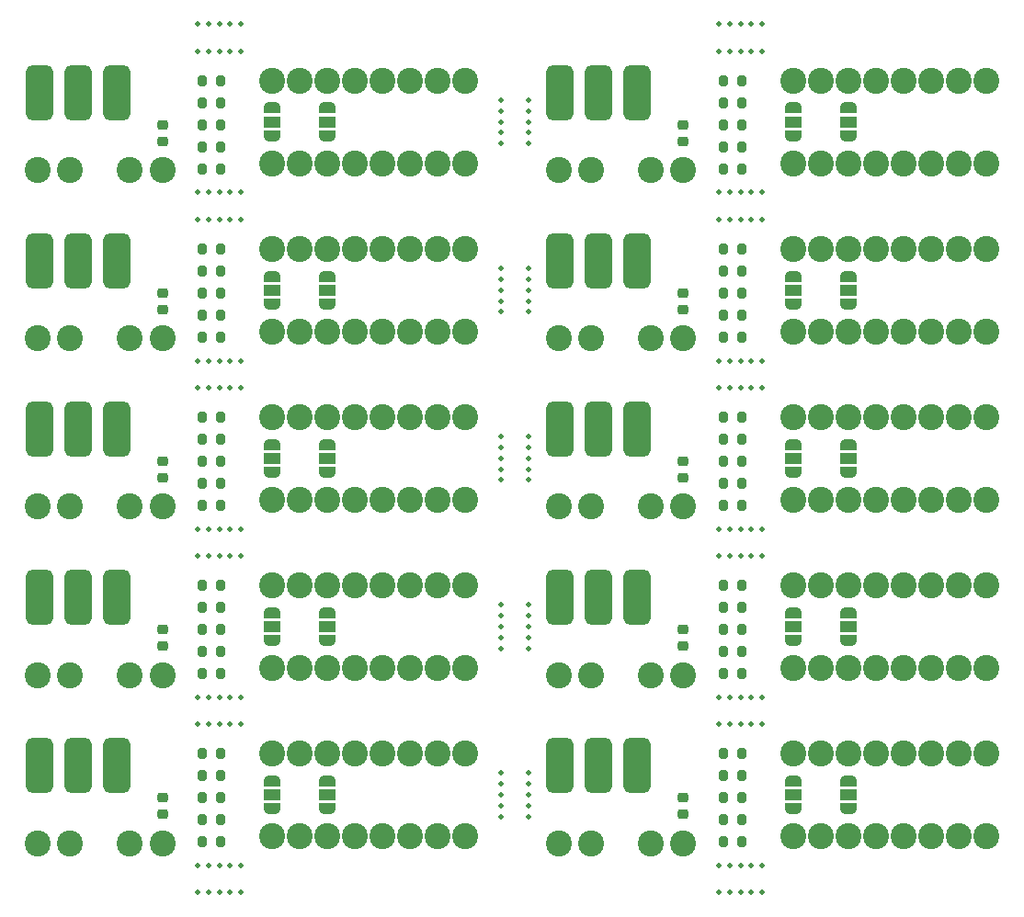
<source format=gts>
G04 #@! TF.GenerationSoftware,KiCad,Pcbnew,(6.0.1)*
G04 #@! TF.CreationDate,2022-01-26T16:15:35+01:00*
G04 #@! TF.ProjectId,atari-junior-av-mod,61746172-692d-46a7-956e-696f722d6176,rev?*
G04 #@! TF.SameCoordinates,PX5edde38PY83caa5c*
G04 #@! TF.FileFunction,Soldermask,Top*
G04 #@! TF.FilePolarity,Negative*
%FSLAX46Y46*%
G04 Gerber Fmt 4.6, Leading zero omitted, Abs format (unit mm)*
G04 Created by KiCad (PCBNEW (6.0.1)) date 2022-01-26 16:15:35*
%MOMM*%
%LPD*%
G01*
G04 APERTURE LIST*
G04 Aperture macros list*
%AMRoundRect*
0 Rectangle with rounded corners*
0 $1 Rounding radius*
0 $2 $3 $4 $5 $6 $7 $8 $9 X,Y pos of 4 corners*
0 Add a 4 corners polygon primitive as box body*
4,1,4,$2,$3,$4,$5,$6,$7,$8,$9,$2,$3,0*
0 Add four circle primitives for the rounded corners*
1,1,$1+$1,$2,$3*
1,1,$1+$1,$4,$5*
1,1,$1+$1,$6,$7*
1,1,$1+$1,$8,$9*
0 Add four rect primitives between the rounded corners*
20,1,$1+$1,$2,$3,$4,$5,0*
20,1,$1+$1,$4,$5,$6,$7,0*
20,1,$1+$1,$6,$7,$8,$9,0*
20,1,$1+$1,$8,$9,$2,$3,0*%
%AMFreePoly0*
4,1,20,0.000000,0.744959,0.073905,0.744508,0.209726,0.703889,0.328688,0.626782,0.421226,0.519385,0.479903,0.390333,0.500000,0.250000,0.500000,-0.250000,0.499851,-0.262216,0.476331,-0.402017,0.414519,-0.529596,0.319384,-0.634700,0.198574,-0.708877,0.061801,-0.746166,0.000000,-0.745033,0.000000,-0.750000,-0.550000,-0.750000,-0.550000,0.750000,0.000000,0.750000,0.000000,0.744959,
0.000000,0.744959,$1*%
%AMFreePoly1*
4,1,22,0.550000,-0.750000,0.000000,-0.750000,0.000000,-0.745033,-0.079941,-0.743568,-0.215256,-0.701293,-0.333266,-0.622738,-0.424486,-0.514219,-0.481581,-0.384460,-0.499164,-0.250000,-0.500000,-0.250000,-0.500000,0.250000,-0.499164,0.250000,-0.499963,0.256109,-0.478152,0.396186,-0.417904,0.524511,-0.324060,0.630769,-0.204165,0.706417,-0.067858,0.745374,0.000000,0.744959,0.000000,0.750000,
0.550000,0.750000,0.550000,-0.750000,0.550000,-0.750000,$1*%
G04 Aperture macros list end*
%ADD10C,0.500000*%
%ADD11RoundRect,0.200000X0.200000X0.275000X-0.200000X0.275000X-0.200000X-0.275000X0.200000X-0.275000X0*%
%ADD12C,2.400000*%
%ADD13RoundRect,0.635000X-0.635000X-1.905000X0.635000X-1.905000X0.635000X1.905000X-0.635000X1.905000X0*%
%ADD14FreePoly0,90.000000*%
%ADD15R,1.500000X1.000000*%
%ADD16FreePoly1,90.000000*%
%ADD17RoundRect,0.225000X-0.250000X0.225000X-0.250000X-0.225000X0.250000X-0.225000X0.250000X0.225000X0*%
G04 APERTURE END LIST*
D10*
G04 #@! TO.C,mouse-bite-1mm-slot*
X67800000Y7250000D03*
X67800000Y4750000D03*
X68800000Y7250000D03*
X66800000Y7250000D03*
X66800000Y4750000D03*
X68800000Y4750000D03*
X69800000Y4750000D03*
X65800000Y4750000D03*
X65800000Y7250000D03*
X69800000Y7250000D03*
G04 #@! TD*
D11*
G04 #@! TO.C,R1*
X66262000Y17550000D03*
X67912000Y17550000D03*
G04 #@! TD*
D12*
G04 #@! TO.C,H1*
X72675000Y17550000D03*
G04 #@! TD*
G04 #@! TO.C,Pad4*
X51045000Y9295000D03*
G04 #@! TD*
G04 #@! TO.C,H13*
X59545000Y9295000D03*
G04 #@! TD*
D13*
G04 #@! TO.C,Pad2*
X54756000Y16450000D03*
G04 #@! TD*
D14*
G04 #@! TO.C,JP2*
X72675000Y15040000D03*
D15*
X72675000Y13740000D03*
D16*
X72675000Y12440000D03*
G04 #@! TD*
D17*
G04 #@! TO.C,C1*
X62545000Y11949000D03*
X62545000Y13499000D03*
G04 #@! TD*
D12*
G04 #@! TO.C,H2*
X77755000Y17550000D03*
G04 #@! TD*
G04 #@! TO.C,Pad8*
X75215000Y17550000D03*
G04 #@! TD*
G04 #@! TO.C,H7*
X90455000Y9930000D03*
G04 #@! TD*
G04 #@! TO.C,Pad9*
X75215000Y9930000D03*
G04 #@! TD*
D11*
G04 #@! TO.C,R5*
X66262000Y9422000D03*
X67912000Y9422000D03*
G04 #@! TD*
D12*
G04 #@! TO.C,H12*
X54045000Y9295000D03*
G04 #@! TD*
G04 #@! TO.C,Pad6*
X82835000Y9930000D03*
G04 #@! TD*
G04 #@! TO.C,Pad5*
X87915000Y9930000D03*
G04 #@! TD*
G04 #@! TO.C,Pad10*
X62545000Y9295000D03*
G04 #@! TD*
G04 #@! TO.C,H11*
X72675000Y9930000D03*
G04 #@! TD*
G04 #@! TO.C,Pad11*
X90455000Y17550000D03*
G04 #@! TD*
D11*
G04 #@! TO.C,R3*
X66262000Y11454000D03*
X67912000Y11454000D03*
G04 #@! TD*
D12*
G04 #@! TO.C,H9*
X80295000Y9930000D03*
G04 #@! TD*
G04 #@! TO.C,H10*
X77755000Y9930000D03*
G04 #@! TD*
D13*
G04 #@! TO.C,Pad3*
X58312000Y16450000D03*
G04 #@! TD*
D11*
G04 #@! TO.C,R2*
X67912000Y13486000D03*
X66262000Y13486000D03*
G04 #@! TD*
D12*
G04 #@! TO.C,H3*
X80295000Y17550000D03*
G04 #@! TD*
G04 #@! TO.C,H6*
X87915000Y17550000D03*
G04 #@! TD*
G04 #@! TO.C,H8*
X85375000Y9930000D03*
G04 #@! TD*
D11*
G04 #@! TO.C,R4*
X66262000Y15518000D03*
X67912000Y15518000D03*
G04 #@! TD*
D13*
G04 #@! TO.C,Pad1*
X51200000Y16450000D03*
G04 #@! TD*
D12*
G04 #@! TO.C,H4*
X82835000Y17550000D03*
G04 #@! TD*
G04 #@! TO.C,Pad7*
X85375000Y17550000D03*
G04 #@! TD*
D14*
G04 #@! TO.C,JP1*
X77755000Y15040000D03*
D15*
X77755000Y13740000D03*
D16*
X77755000Y12440000D03*
G04 #@! TD*
D10*
G04 #@! TO.C,mouse-bite-1mm-slot*
X19800000Y7250000D03*
X19800000Y4750000D03*
X20800000Y7250000D03*
X18800000Y7250000D03*
X18800000Y4750000D03*
X20800000Y4750000D03*
X21800000Y4750000D03*
X17800000Y4750000D03*
X17800000Y7250000D03*
X21800000Y7250000D03*
G04 #@! TD*
G04 #@! TO.C,mouse-bite-1mm-slot*
X45750000Y13750000D03*
X48250000Y13750000D03*
X45750000Y14750000D03*
X45750000Y12750000D03*
X48250000Y12750000D03*
X48250000Y14750000D03*
X48250000Y15750000D03*
X48250000Y11750000D03*
X45750000Y11750000D03*
X45750000Y15750000D03*
G04 #@! TD*
D11*
G04 #@! TO.C,R1*
X18262000Y17550000D03*
X19912000Y17550000D03*
G04 #@! TD*
D12*
G04 #@! TO.C,H1*
X24675000Y17550000D03*
G04 #@! TD*
G04 #@! TO.C,Pad4*
X3045000Y9295000D03*
G04 #@! TD*
G04 #@! TO.C,H13*
X11545000Y9295000D03*
G04 #@! TD*
D13*
G04 #@! TO.C,Pad2*
X6756000Y16450000D03*
G04 #@! TD*
D14*
G04 #@! TO.C,JP2*
X24675000Y15040000D03*
D15*
X24675000Y13740000D03*
D16*
X24675000Y12440000D03*
G04 #@! TD*
D17*
G04 #@! TO.C,C1*
X14545000Y11949000D03*
X14545000Y13499000D03*
G04 #@! TD*
D12*
G04 #@! TO.C,H2*
X29755000Y17550000D03*
G04 #@! TD*
G04 #@! TO.C,Pad8*
X27215000Y17550000D03*
G04 #@! TD*
G04 #@! TO.C,H7*
X42455000Y9930000D03*
G04 #@! TD*
G04 #@! TO.C,Pad9*
X27215000Y9930000D03*
G04 #@! TD*
D11*
G04 #@! TO.C,R5*
X18262000Y9422000D03*
X19912000Y9422000D03*
G04 #@! TD*
D12*
G04 #@! TO.C,H12*
X6045000Y9295000D03*
G04 #@! TD*
G04 #@! TO.C,Pad6*
X34835000Y9930000D03*
G04 #@! TD*
G04 #@! TO.C,Pad5*
X39915000Y9930000D03*
G04 #@! TD*
G04 #@! TO.C,Pad10*
X14545000Y9295000D03*
G04 #@! TD*
G04 #@! TO.C,H11*
X24675000Y9930000D03*
G04 #@! TD*
G04 #@! TO.C,Pad11*
X42455000Y17550000D03*
G04 #@! TD*
D11*
G04 #@! TO.C,R3*
X18262000Y11454000D03*
X19912000Y11454000D03*
G04 #@! TD*
D12*
G04 #@! TO.C,H9*
X32295000Y9930000D03*
G04 #@! TD*
G04 #@! TO.C,H10*
X29755000Y9930000D03*
G04 #@! TD*
D13*
G04 #@! TO.C,Pad3*
X10312000Y16450000D03*
G04 #@! TD*
D11*
G04 #@! TO.C,R2*
X19912000Y13486000D03*
X18262000Y13486000D03*
G04 #@! TD*
D12*
G04 #@! TO.C,H3*
X32295000Y17550000D03*
G04 #@! TD*
G04 #@! TO.C,H6*
X39915000Y17550000D03*
G04 #@! TD*
G04 #@! TO.C,H8*
X37375000Y9930000D03*
G04 #@! TD*
D11*
G04 #@! TO.C,R4*
X18262000Y15518000D03*
X19912000Y15518000D03*
G04 #@! TD*
D13*
G04 #@! TO.C,Pad1*
X3200000Y16450000D03*
G04 #@! TD*
D12*
G04 #@! TO.C,H4*
X34835000Y17550000D03*
G04 #@! TD*
G04 #@! TO.C,Pad7*
X37375000Y17550000D03*
G04 #@! TD*
D14*
G04 #@! TO.C,JP1*
X29755000Y15040000D03*
D15*
X29755000Y13740000D03*
D16*
X29755000Y12440000D03*
G04 #@! TD*
D10*
G04 #@! TO.C,mouse-bite-1mm-slot*
X67800000Y22750000D03*
X67800000Y20250000D03*
X68800000Y22750000D03*
X66800000Y22750000D03*
X66800000Y20250000D03*
X68800000Y20250000D03*
X69800000Y20250000D03*
X65800000Y20250000D03*
X65800000Y22750000D03*
X69800000Y22750000D03*
G04 #@! TD*
D11*
G04 #@! TO.C,R1*
X66262000Y33050000D03*
X67912000Y33050000D03*
G04 #@! TD*
D12*
G04 #@! TO.C,H1*
X72675000Y33050000D03*
G04 #@! TD*
G04 #@! TO.C,Pad4*
X51045000Y24795000D03*
G04 #@! TD*
G04 #@! TO.C,H13*
X59545000Y24795000D03*
G04 #@! TD*
D13*
G04 #@! TO.C,Pad2*
X54756000Y31950000D03*
G04 #@! TD*
D14*
G04 #@! TO.C,JP2*
X72675000Y30540000D03*
D15*
X72675000Y29240000D03*
D16*
X72675000Y27940000D03*
G04 #@! TD*
D17*
G04 #@! TO.C,C1*
X62545000Y27449000D03*
X62545000Y28999000D03*
G04 #@! TD*
D12*
G04 #@! TO.C,H2*
X77755000Y33050000D03*
G04 #@! TD*
G04 #@! TO.C,Pad8*
X75215000Y33050000D03*
G04 #@! TD*
G04 #@! TO.C,H7*
X90455000Y25430000D03*
G04 #@! TD*
G04 #@! TO.C,Pad9*
X75215000Y25430000D03*
G04 #@! TD*
D11*
G04 #@! TO.C,R5*
X66262000Y24922000D03*
X67912000Y24922000D03*
G04 #@! TD*
D12*
G04 #@! TO.C,H12*
X54045000Y24795000D03*
G04 #@! TD*
G04 #@! TO.C,Pad6*
X82835000Y25430000D03*
G04 #@! TD*
G04 #@! TO.C,Pad5*
X87915000Y25430000D03*
G04 #@! TD*
G04 #@! TO.C,Pad10*
X62545000Y24795000D03*
G04 #@! TD*
G04 #@! TO.C,H11*
X72675000Y25430000D03*
G04 #@! TD*
G04 #@! TO.C,Pad11*
X90455000Y33050000D03*
G04 #@! TD*
D11*
G04 #@! TO.C,R3*
X66262000Y26954000D03*
X67912000Y26954000D03*
G04 #@! TD*
D12*
G04 #@! TO.C,H9*
X80295000Y25430000D03*
G04 #@! TD*
G04 #@! TO.C,H10*
X77755000Y25430000D03*
G04 #@! TD*
D13*
G04 #@! TO.C,Pad3*
X58312000Y31950000D03*
G04 #@! TD*
D11*
G04 #@! TO.C,R2*
X67912000Y28986000D03*
X66262000Y28986000D03*
G04 #@! TD*
D12*
G04 #@! TO.C,H3*
X80295000Y33050000D03*
G04 #@! TD*
G04 #@! TO.C,H6*
X87915000Y33050000D03*
G04 #@! TD*
G04 #@! TO.C,H8*
X85375000Y25430000D03*
G04 #@! TD*
D11*
G04 #@! TO.C,R4*
X66262000Y31018000D03*
X67912000Y31018000D03*
G04 #@! TD*
D13*
G04 #@! TO.C,Pad1*
X51200000Y31950000D03*
G04 #@! TD*
D12*
G04 #@! TO.C,H4*
X82835000Y33050000D03*
G04 #@! TD*
G04 #@! TO.C,Pad7*
X85375000Y33050000D03*
G04 #@! TD*
D14*
G04 #@! TO.C,JP1*
X77755000Y30540000D03*
D15*
X77755000Y29240000D03*
D16*
X77755000Y27940000D03*
G04 #@! TD*
D10*
G04 #@! TO.C,mouse-bite-1mm-slot*
X19800000Y22750000D03*
X19800000Y20250000D03*
X20800000Y22750000D03*
X18800000Y22750000D03*
X18800000Y20250000D03*
X20800000Y20250000D03*
X21800000Y20250000D03*
X17800000Y20250000D03*
X17800000Y22750000D03*
X21800000Y22750000D03*
G04 #@! TD*
G04 #@! TO.C,mouse-bite-1mm-slot*
X45750000Y29250000D03*
X48250000Y29250000D03*
X45750000Y30250000D03*
X45750000Y28250000D03*
X48250000Y28250000D03*
X48250000Y30250000D03*
X48250000Y31250000D03*
X48250000Y27250000D03*
X45750000Y27250000D03*
X45750000Y31250000D03*
G04 #@! TD*
D11*
G04 #@! TO.C,R1*
X18262000Y33050000D03*
X19912000Y33050000D03*
G04 #@! TD*
D12*
G04 #@! TO.C,H1*
X24675000Y33050000D03*
G04 #@! TD*
G04 #@! TO.C,Pad4*
X3045000Y24795000D03*
G04 #@! TD*
G04 #@! TO.C,H13*
X11545000Y24795000D03*
G04 #@! TD*
D13*
G04 #@! TO.C,Pad2*
X6756000Y31950000D03*
G04 #@! TD*
D14*
G04 #@! TO.C,JP2*
X24675000Y30540000D03*
D15*
X24675000Y29240000D03*
D16*
X24675000Y27940000D03*
G04 #@! TD*
D17*
G04 #@! TO.C,C1*
X14545000Y27449000D03*
X14545000Y28999000D03*
G04 #@! TD*
D12*
G04 #@! TO.C,H2*
X29755000Y33050000D03*
G04 #@! TD*
G04 #@! TO.C,Pad8*
X27215000Y33050000D03*
G04 #@! TD*
G04 #@! TO.C,H7*
X42455000Y25430000D03*
G04 #@! TD*
G04 #@! TO.C,Pad9*
X27215000Y25430000D03*
G04 #@! TD*
D11*
G04 #@! TO.C,R5*
X18262000Y24922000D03*
X19912000Y24922000D03*
G04 #@! TD*
D12*
G04 #@! TO.C,H12*
X6045000Y24795000D03*
G04 #@! TD*
G04 #@! TO.C,Pad6*
X34835000Y25430000D03*
G04 #@! TD*
G04 #@! TO.C,Pad5*
X39915000Y25430000D03*
G04 #@! TD*
G04 #@! TO.C,Pad10*
X14545000Y24795000D03*
G04 #@! TD*
G04 #@! TO.C,H11*
X24675000Y25430000D03*
G04 #@! TD*
G04 #@! TO.C,Pad11*
X42455000Y33050000D03*
G04 #@! TD*
D11*
G04 #@! TO.C,R3*
X18262000Y26954000D03*
X19912000Y26954000D03*
G04 #@! TD*
D12*
G04 #@! TO.C,H9*
X32295000Y25430000D03*
G04 #@! TD*
G04 #@! TO.C,H10*
X29755000Y25430000D03*
G04 #@! TD*
D13*
G04 #@! TO.C,Pad3*
X10312000Y31950000D03*
G04 #@! TD*
D11*
G04 #@! TO.C,R2*
X19912000Y28986000D03*
X18262000Y28986000D03*
G04 #@! TD*
D12*
G04 #@! TO.C,H3*
X32295000Y33050000D03*
G04 #@! TD*
G04 #@! TO.C,H6*
X39915000Y33050000D03*
G04 #@! TD*
G04 #@! TO.C,H8*
X37375000Y25430000D03*
G04 #@! TD*
D11*
G04 #@! TO.C,R4*
X18262000Y31018000D03*
X19912000Y31018000D03*
G04 #@! TD*
D13*
G04 #@! TO.C,Pad1*
X3200000Y31950000D03*
G04 #@! TD*
D12*
G04 #@! TO.C,H4*
X34835000Y33050000D03*
G04 #@! TD*
G04 #@! TO.C,Pad7*
X37375000Y33050000D03*
G04 #@! TD*
D14*
G04 #@! TO.C,JP1*
X29755000Y30540000D03*
D15*
X29755000Y29240000D03*
D16*
X29755000Y27940000D03*
G04 #@! TD*
D10*
G04 #@! TO.C,mouse-bite-1mm-slot*
X67800000Y38250000D03*
X67800000Y35750000D03*
X68800000Y38250000D03*
X66800000Y38250000D03*
X66800000Y35750000D03*
X68800000Y35750000D03*
X69800000Y35750000D03*
X65800000Y35750000D03*
X65800000Y38250000D03*
X69800000Y38250000D03*
G04 #@! TD*
D11*
G04 #@! TO.C,R1*
X66262000Y48550000D03*
X67912000Y48550000D03*
G04 #@! TD*
D12*
G04 #@! TO.C,H1*
X72675000Y48550000D03*
G04 #@! TD*
G04 #@! TO.C,Pad4*
X51045000Y40295000D03*
G04 #@! TD*
G04 #@! TO.C,H13*
X59545000Y40295000D03*
G04 #@! TD*
D13*
G04 #@! TO.C,Pad2*
X54756000Y47450000D03*
G04 #@! TD*
D14*
G04 #@! TO.C,JP2*
X72675000Y46040000D03*
D15*
X72675000Y44740000D03*
D16*
X72675000Y43440000D03*
G04 #@! TD*
D17*
G04 #@! TO.C,C1*
X62545000Y42949000D03*
X62545000Y44499000D03*
G04 #@! TD*
D12*
G04 #@! TO.C,H2*
X77755000Y48550000D03*
G04 #@! TD*
G04 #@! TO.C,Pad8*
X75215000Y48550000D03*
G04 #@! TD*
G04 #@! TO.C,H7*
X90455000Y40930000D03*
G04 #@! TD*
G04 #@! TO.C,Pad9*
X75215000Y40930000D03*
G04 #@! TD*
D11*
G04 #@! TO.C,R5*
X66262000Y40422000D03*
X67912000Y40422000D03*
G04 #@! TD*
D12*
G04 #@! TO.C,H12*
X54045000Y40295000D03*
G04 #@! TD*
G04 #@! TO.C,Pad6*
X82835000Y40930000D03*
G04 #@! TD*
G04 #@! TO.C,Pad5*
X87915000Y40930000D03*
G04 #@! TD*
G04 #@! TO.C,Pad10*
X62545000Y40295000D03*
G04 #@! TD*
G04 #@! TO.C,H11*
X72675000Y40930000D03*
G04 #@! TD*
G04 #@! TO.C,Pad11*
X90455000Y48550000D03*
G04 #@! TD*
D11*
G04 #@! TO.C,R3*
X66262000Y42454000D03*
X67912000Y42454000D03*
G04 #@! TD*
D12*
G04 #@! TO.C,H9*
X80295000Y40930000D03*
G04 #@! TD*
G04 #@! TO.C,H10*
X77755000Y40930000D03*
G04 #@! TD*
D13*
G04 #@! TO.C,Pad3*
X58312000Y47450000D03*
G04 #@! TD*
D11*
G04 #@! TO.C,R2*
X67912000Y44486000D03*
X66262000Y44486000D03*
G04 #@! TD*
D12*
G04 #@! TO.C,H3*
X80295000Y48550000D03*
G04 #@! TD*
G04 #@! TO.C,H6*
X87915000Y48550000D03*
G04 #@! TD*
G04 #@! TO.C,H8*
X85375000Y40930000D03*
G04 #@! TD*
D11*
G04 #@! TO.C,R4*
X66262000Y46518000D03*
X67912000Y46518000D03*
G04 #@! TD*
D13*
G04 #@! TO.C,Pad1*
X51200000Y47450000D03*
G04 #@! TD*
D12*
G04 #@! TO.C,H4*
X82835000Y48550000D03*
G04 #@! TD*
G04 #@! TO.C,Pad7*
X85375000Y48550000D03*
G04 #@! TD*
D14*
G04 #@! TO.C,JP1*
X77755000Y46040000D03*
D15*
X77755000Y44740000D03*
D16*
X77755000Y43440000D03*
G04 #@! TD*
D10*
G04 #@! TO.C,mouse-bite-1mm-slot*
X19800000Y38250000D03*
X19800000Y35750000D03*
X20800000Y38250000D03*
X18800000Y38250000D03*
X18800000Y35750000D03*
X20800000Y35750000D03*
X21800000Y35750000D03*
X17800000Y35750000D03*
X17800000Y38250000D03*
X21800000Y38250000D03*
G04 #@! TD*
G04 #@! TO.C,mouse-bite-1mm-slot*
X45750000Y44750000D03*
X48250000Y44750000D03*
X45750000Y45750000D03*
X45750000Y43750000D03*
X48250000Y43750000D03*
X48250000Y45750000D03*
X48250000Y46750000D03*
X48250000Y42750000D03*
X45750000Y42750000D03*
X45750000Y46750000D03*
G04 #@! TD*
D11*
G04 #@! TO.C,R1*
X18262000Y48550000D03*
X19912000Y48550000D03*
G04 #@! TD*
D12*
G04 #@! TO.C,H1*
X24675000Y48550000D03*
G04 #@! TD*
G04 #@! TO.C,Pad4*
X3045000Y40295000D03*
G04 #@! TD*
G04 #@! TO.C,H13*
X11545000Y40295000D03*
G04 #@! TD*
D13*
G04 #@! TO.C,Pad2*
X6756000Y47450000D03*
G04 #@! TD*
D14*
G04 #@! TO.C,JP2*
X24675000Y46040000D03*
D15*
X24675000Y44740000D03*
D16*
X24675000Y43440000D03*
G04 #@! TD*
D17*
G04 #@! TO.C,C1*
X14545000Y42949000D03*
X14545000Y44499000D03*
G04 #@! TD*
D12*
G04 #@! TO.C,H2*
X29755000Y48550000D03*
G04 #@! TD*
G04 #@! TO.C,Pad8*
X27215000Y48550000D03*
G04 #@! TD*
G04 #@! TO.C,H7*
X42455000Y40930000D03*
G04 #@! TD*
G04 #@! TO.C,Pad9*
X27215000Y40930000D03*
G04 #@! TD*
D11*
G04 #@! TO.C,R5*
X18262000Y40422000D03*
X19912000Y40422000D03*
G04 #@! TD*
D12*
G04 #@! TO.C,H12*
X6045000Y40295000D03*
G04 #@! TD*
G04 #@! TO.C,Pad6*
X34835000Y40930000D03*
G04 #@! TD*
G04 #@! TO.C,Pad5*
X39915000Y40930000D03*
G04 #@! TD*
G04 #@! TO.C,Pad10*
X14545000Y40295000D03*
G04 #@! TD*
G04 #@! TO.C,H11*
X24675000Y40930000D03*
G04 #@! TD*
G04 #@! TO.C,Pad11*
X42455000Y48550000D03*
G04 #@! TD*
D11*
G04 #@! TO.C,R3*
X18262000Y42454000D03*
X19912000Y42454000D03*
G04 #@! TD*
D12*
G04 #@! TO.C,H9*
X32295000Y40930000D03*
G04 #@! TD*
G04 #@! TO.C,H10*
X29755000Y40930000D03*
G04 #@! TD*
D13*
G04 #@! TO.C,Pad3*
X10312000Y47450000D03*
G04 #@! TD*
D11*
G04 #@! TO.C,R2*
X19912000Y44486000D03*
X18262000Y44486000D03*
G04 #@! TD*
D12*
G04 #@! TO.C,H3*
X32295000Y48550000D03*
G04 #@! TD*
G04 #@! TO.C,H6*
X39915000Y48550000D03*
G04 #@! TD*
G04 #@! TO.C,H8*
X37375000Y40930000D03*
G04 #@! TD*
D11*
G04 #@! TO.C,R4*
X18262000Y46518000D03*
X19912000Y46518000D03*
G04 #@! TD*
D13*
G04 #@! TO.C,Pad1*
X3200000Y47450000D03*
G04 #@! TD*
D12*
G04 #@! TO.C,H4*
X34835000Y48550000D03*
G04 #@! TD*
G04 #@! TO.C,Pad7*
X37375000Y48550000D03*
G04 #@! TD*
D14*
G04 #@! TO.C,JP1*
X29755000Y46040000D03*
D15*
X29755000Y44740000D03*
D16*
X29755000Y43440000D03*
G04 #@! TD*
D10*
G04 #@! TO.C,mouse-bite-1mm-slot*
X67800000Y53750000D03*
X67800000Y51250000D03*
X68800000Y53750000D03*
X66800000Y53750000D03*
X66800000Y51250000D03*
X68800000Y51250000D03*
X69800000Y51250000D03*
X65800000Y51250000D03*
X65800000Y53750000D03*
X69800000Y53750000D03*
G04 #@! TD*
D11*
G04 #@! TO.C,R1*
X66262000Y64050000D03*
X67912000Y64050000D03*
G04 #@! TD*
D12*
G04 #@! TO.C,H1*
X72675000Y64050000D03*
G04 #@! TD*
G04 #@! TO.C,Pad4*
X51045000Y55795000D03*
G04 #@! TD*
G04 #@! TO.C,H13*
X59545000Y55795000D03*
G04 #@! TD*
D13*
G04 #@! TO.C,Pad2*
X54756000Y62950000D03*
G04 #@! TD*
D14*
G04 #@! TO.C,JP2*
X72675000Y61540000D03*
D15*
X72675000Y60240000D03*
D16*
X72675000Y58940000D03*
G04 #@! TD*
D17*
G04 #@! TO.C,C1*
X62545000Y58449000D03*
X62545000Y59999000D03*
G04 #@! TD*
D12*
G04 #@! TO.C,H2*
X77755000Y64050000D03*
G04 #@! TD*
G04 #@! TO.C,Pad8*
X75215000Y64050000D03*
G04 #@! TD*
G04 #@! TO.C,H7*
X90455000Y56430000D03*
G04 #@! TD*
G04 #@! TO.C,Pad9*
X75215000Y56430000D03*
G04 #@! TD*
D11*
G04 #@! TO.C,R5*
X66262000Y55922000D03*
X67912000Y55922000D03*
G04 #@! TD*
D12*
G04 #@! TO.C,H12*
X54045000Y55795000D03*
G04 #@! TD*
G04 #@! TO.C,Pad6*
X82835000Y56430000D03*
G04 #@! TD*
G04 #@! TO.C,Pad5*
X87915000Y56430000D03*
G04 #@! TD*
G04 #@! TO.C,Pad10*
X62545000Y55795000D03*
G04 #@! TD*
G04 #@! TO.C,H11*
X72675000Y56430000D03*
G04 #@! TD*
G04 #@! TO.C,Pad11*
X90455000Y64050000D03*
G04 #@! TD*
D11*
G04 #@! TO.C,R3*
X66262000Y57954000D03*
X67912000Y57954000D03*
G04 #@! TD*
D12*
G04 #@! TO.C,H9*
X80295000Y56430000D03*
G04 #@! TD*
G04 #@! TO.C,H10*
X77755000Y56430000D03*
G04 #@! TD*
D13*
G04 #@! TO.C,Pad3*
X58312000Y62950000D03*
G04 #@! TD*
D11*
G04 #@! TO.C,R2*
X67912000Y59986000D03*
X66262000Y59986000D03*
G04 #@! TD*
D12*
G04 #@! TO.C,H3*
X80295000Y64050000D03*
G04 #@! TD*
G04 #@! TO.C,H6*
X87915000Y64050000D03*
G04 #@! TD*
G04 #@! TO.C,H8*
X85375000Y56430000D03*
G04 #@! TD*
D11*
G04 #@! TO.C,R4*
X66262000Y62018000D03*
X67912000Y62018000D03*
G04 #@! TD*
D13*
G04 #@! TO.C,Pad1*
X51200000Y62950000D03*
G04 #@! TD*
D12*
G04 #@! TO.C,H4*
X82835000Y64050000D03*
G04 #@! TD*
G04 #@! TO.C,Pad7*
X85375000Y64050000D03*
G04 #@! TD*
D14*
G04 #@! TO.C,JP1*
X77755000Y61540000D03*
D15*
X77755000Y60240000D03*
D16*
X77755000Y58940000D03*
G04 #@! TD*
D10*
G04 #@! TO.C,mouse-bite-1mm-slot*
X19800000Y53750000D03*
X19800000Y51250000D03*
X20800000Y53750000D03*
X18800000Y53750000D03*
X18800000Y51250000D03*
X20800000Y51250000D03*
X21800000Y51250000D03*
X17800000Y51250000D03*
X17800000Y53750000D03*
X21800000Y53750000D03*
G04 #@! TD*
G04 #@! TO.C,mouse-bite-1mm-slot*
X45750000Y60250000D03*
X48250000Y60250000D03*
X45750000Y61250000D03*
X45750000Y59250000D03*
X48250000Y59250000D03*
X48250000Y61250000D03*
X48250000Y62250000D03*
X48250000Y58250000D03*
X45750000Y58250000D03*
X45750000Y62250000D03*
G04 #@! TD*
D11*
G04 #@! TO.C,R1*
X18262000Y64050000D03*
X19912000Y64050000D03*
G04 #@! TD*
D12*
G04 #@! TO.C,H1*
X24675000Y64050000D03*
G04 #@! TD*
G04 #@! TO.C,Pad4*
X3045000Y55795000D03*
G04 #@! TD*
G04 #@! TO.C,H13*
X11545000Y55795000D03*
G04 #@! TD*
D13*
G04 #@! TO.C,Pad2*
X6756000Y62950000D03*
G04 #@! TD*
D14*
G04 #@! TO.C,JP2*
X24675000Y61540000D03*
D15*
X24675000Y60240000D03*
D16*
X24675000Y58940000D03*
G04 #@! TD*
D17*
G04 #@! TO.C,C1*
X14545000Y58449000D03*
X14545000Y59999000D03*
G04 #@! TD*
D12*
G04 #@! TO.C,H2*
X29755000Y64050000D03*
G04 #@! TD*
G04 #@! TO.C,Pad8*
X27215000Y64050000D03*
G04 #@! TD*
G04 #@! TO.C,H7*
X42455000Y56430000D03*
G04 #@! TD*
G04 #@! TO.C,Pad9*
X27215000Y56430000D03*
G04 #@! TD*
D11*
G04 #@! TO.C,R5*
X18262000Y55922000D03*
X19912000Y55922000D03*
G04 #@! TD*
D12*
G04 #@! TO.C,H12*
X6045000Y55795000D03*
G04 #@! TD*
G04 #@! TO.C,Pad6*
X34835000Y56430000D03*
G04 #@! TD*
G04 #@! TO.C,Pad5*
X39915000Y56430000D03*
G04 #@! TD*
G04 #@! TO.C,Pad10*
X14545000Y55795000D03*
G04 #@! TD*
G04 #@! TO.C,H11*
X24675000Y56430000D03*
G04 #@! TD*
G04 #@! TO.C,Pad11*
X42455000Y64050000D03*
G04 #@! TD*
D11*
G04 #@! TO.C,R3*
X18262000Y57954000D03*
X19912000Y57954000D03*
G04 #@! TD*
D12*
G04 #@! TO.C,H9*
X32295000Y56430000D03*
G04 #@! TD*
G04 #@! TO.C,H10*
X29755000Y56430000D03*
G04 #@! TD*
D13*
G04 #@! TO.C,Pad3*
X10312000Y62950000D03*
G04 #@! TD*
D11*
G04 #@! TO.C,R2*
X19912000Y59986000D03*
X18262000Y59986000D03*
G04 #@! TD*
D12*
G04 #@! TO.C,H3*
X32295000Y64050000D03*
G04 #@! TD*
G04 #@! TO.C,H6*
X39915000Y64050000D03*
G04 #@! TD*
G04 #@! TO.C,H8*
X37375000Y56430000D03*
G04 #@! TD*
D11*
G04 #@! TO.C,R4*
X18262000Y62018000D03*
X19912000Y62018000D03*
G04 #@! TD*
D13*
G04 #@! TO.C,Pad1*
X3200000Y62950000D03*
G04 #@! TD*
D12*
G04 #@! TO.C,H4*
X34835000Y64050000D03*
G04 #@! TD*
G04 #@! TO.C,Pad7*
X37375000Y64050000D03*
G04 #@! TD*
D14*
G04 #@! TO.C,JP1*
X29755000Y61540000D03*
D15*
X29755000Y60240000D03*
D16*
X29755000Y58940000D03*
G04 #@! TD*
D10*
G04 #@! TO.C,mouse-bite-1mm-slot*
X67800000Y69250000D03*
X67800000Y66750000D03*
X68800000Y69250000D03*
X66800000Y69250000D03*
X66800000Y66750000D03*
X68800000Y66750000D03*
X69800000Y66750000D03*
X65800000Y66750000D03*
X65800000Y69250000D03*
X69800000Y69250000D03*
G04 #@! TD*
D11*
G04 #@! TO.C,R1*
X66262000Y79550000D03*
X67912000Y79550000D03*
G04 #@! TD*
D12*
G04 #@! TO.C,H1*
X72675000Y79550000D03*
G04 #@! TD*
G04 #@! TO.C,Pad4*
X51045000Y71295000D03*
G04 #@! TD*
G04 #@! TO.C,H13*
X59545000Y71295000D03*
G04 #@! TD*
D13*
G04 #@! TO.C,Pad2*
X54756000Y78450000D03*
G04 #@! TD*
D14*
G04 #@! TO.C,JP2*
X72675000Y77040000D03*
D15*
X72675000Y75740000D03*
D16*
X72675000Y74440000D03*
G04 #@! TD*
D17*
G04 #@! TO.C,C1*
X62545000Y73949000D03*
X62545000Y75499000D03*
G04 #@! TD*
D12*
G04 #@! TO.C,H2*
X77755000Y79550000D03*
G04 #@! TD*
G04 #@! TO.C,Pad8*
X75215000Y79550000D03*
G04 #@! TD*
G04 #@! TO.C,H7*
X90455000Y71930000D03*
G04 #@! TD*
G04 #@! TO.C,Pad9*
X75215000Y71930000D03*
G04 #@! TD*
D11*
G04 #@! TO.C,R5*
X66262000Y71422000D03*
X67912000Y71422000D03*
G04 #@! TD*
D12*
G04 #@! TO.C,H12*
X54045000Y71295000D03*
G04 #@! TD*
G04 #@! TO.C,Pad6*
X82835000Y71930000D03*
G04 #@! TD*
G04 #@! TO.C,Pad5*
X87915000Y71930000D03*
G04 #@! TD*
G04 #@! TO.C,Pad10*
X62545000Y71295000D03*
G04 #@! TD*
G04 #@! TO.C,H11*
X72675000Y71930000D03*
G04 #@! TD*
G04 #@! TO.C,Pad11*
X90455000Y79550000D03*
G04 #@! TD*
D11*
G04 #@! TO.C,R3*
X66262000Y73454000D03*
X67912000Y73454000D03*
G04 #@! TD*
D12*
G04 #@! TO.C,H9*
X80295000Y71930000D03*
G04 #@! TD*
G04 #@! TO.C,H10*
X77755000Y71930000D03*
G04 #@! TD*
D13*
G04 #@! TO.C,Pad3*
X58312000Y78450000D03*
G04 #@! TD*
D11*
G04 #@! TO.C,R2*
X67912000Y75486000D03*
X66262000Y75486000D03*
G04 #@! TD*
D12*
G04 #@! TO.C,H3*
X80295000Y79550000D03*
G04 #@! TD*
G04 #@! TO.C,H6*
X87915000Y79550000D03*
G04 #@! TD*
G04 #@! TO.C,H8*
X85375000Y71930000D03*
G04 #@! TD*
D11*
G04 #@! TO.C,R4*
X66262000Y77518000D03*
X67912000Y77518000D03*
G04 #@! TD*
D13*
G04 #@! TO.C,Pad1*
X51200000Y78450000D03*
G04 #@! TD*
D12*
G04 #@! TO.C,H4*
X82835000Y79550000D03*
G04 #@! TD*
G04 #@! TO.C,Pad7*
X85375000Y79550000D03*
G04 #@! TD*
D14*
G04 #@! TO.C,JP1*
X77755000Y77040000D03*
D15*
X77755000Y75740000D03*
D16*
X77755000Y74440000D03*
G04 #@! TD*
D10*
G04 #@! TO.C,mouse-bite-1mm-slot4*
X67800000Y84750000D03*
X67800000Y82250000D03*
X68800000Y84750000D03*
X66800000Y84750000D03*
X66800000Y82250000D03*
X68800000Y82250000D03*
X69800000Y82250000D03*
X65800000Y82250000D03*
X65800000Y84750000D03*
X69800000Y84750000D03*
G04 #@! TD*
G04 #@! TO.C,mouse-bite-1mm-slot*
X45750000Y75750000D03*
X48250000Y75750000D03*
X45750000Y76750000D03*
X45750000Y74750000D03*
X48250000Y74750000D03*
X48250000Y76750000D03*
X48250000Y77750000D03*
X48250000Y73750000D03*
X45750000Y73750000D03*
X45750000Y77750000D03*
G04 #@! TD*
G04 #@! TO.C,mouse-bite-1mm-slot*
X19800000Y69250000D03*
X19800000Y66750000D03*
X20800000Y69250000D03*
X18800000Y69250000D03*
X18800000Y66750000D03*
X20800000Y66750000D03*
X21800000Y66750000D03*
X17800000Y66750000D03*
X17800000Y69250000D03*
X21800000Y69250000D03*
G04 #@! TD*
G04 #@! TO.C,mouse-bite-1mm-slot*
X21800000Y84750000D03*
X17800000Y84750000D03*
X17800000Y82250000D03*
X21800000Y82250000D03*
X20800000Y82250000D03*
X18800000Y82250000D03*
X18800000Y84750000D03*
X20800000Y84750000D03*
X19800000Y82250000D03*
X19800000Y84750000D03*
G04 #@! TD*
D13*
G04 #@! TO.C,Pad2*
X6756000Y78450000D03*
G04 #@! TD*
D12*
G04 #@! TO.C,H13*
X11545000Y71295000D03*
G04 #@! TD*
G04 #@! TO.C,Pad4*
X3045000Y71295000D03*
G04 #@! TD*
G04 #@! TO.C,H1*
X24675000Y79550000D03*
G04 #@! TD*
D11*
G04 #@! TO.C,R1*
X18262000Y79550000D03*
X19912000Y79550000D03*
G04 #@! TD*
D12*
G04 #@! TO.C,H8*
X37375000Y71930000D03*
G04 #@! TD*
G04 #@! TO.C,H6*
X39915000Y79550000D03*
G04 #@! TD*
G04 #@! TO.C,H3*
X32295000Y79550000D03*
G04 #@! TD*
D11*
G04 #@! TO.C,R2*
X19912000Y75486000D03*
X18262000Y75486000D03*
G04 #@! TD*
D13*
G04 #@! TO.C,Pad3*
X10312000Y78450000D03*
G04 #@! TD*
D12*
G04 #@! TO.C,H10*
X29755000Y71930000D03*
G04 #@! TD*
G04 #@! TO.C,H9*
X32295000Y71930000D03*
G04 #@! TD*
D11*
G04 #@! TO.C,R3*
X18262000Y73454000D03*
X19912000Y73454000D03*
G04 #@! TD*
D12*
G04 #@! TO.C,Pad11*
X42455000Y79550000D03*
G04 #@! TD*
G04 #@! TO.C,H11*
X24675000Y71930000D03*
G04 #@! TD*
G04 #@! TO.C,Pad10*
X14545000Y71295000D03*
G04 #@! TD*
G04 #@! TO.C,Pad5*
X39915000Y71930000D03*
G04 #@! TD*
G04 #@! TO.C,Pad6*
X34835000Y71930000D03*
G04 #@! TD*
G04 #@! TO.C,H12*
X6045000Y71295000D03*
G04 #@! TD*
D11*
G04 #@! TO.C,R5*
X18262000Y71422000D03*
X19912000Y71422000D03*
G04 #@! TD*
D12*
G04 #@! TO.C,Pad9*
X27215000Y71930000D03*
G04 #@! TD*
G04 #@! TO.C,H7*
X42455000Y71930000D03*
G04 #@! TD*
G04 #@! TO.C,Pad8*
X27215000Y79550000D03*
G04 #@! TD*
G04 #@! TO.C,H2*
X29755000Y79550000D03*
G04 #@! TD*
D17*
G04 #@! TO.C,C1*
X14545000Y73949000D03*
X14545000Y75499000D03*
G04 #@! TD*
D14*
G04 #@! TO.C,JP2*
X24675000Y77040000D03*
D15*
X24675000Y75740000D03*
D16*
X24675000Y74440000D03*
G04 #@! TD*
D14*
G04 #@! TO.C,JP1*
X29755000Y77040000D03*
D15*
X29755000Y75740000D03*
D16*
X29755000Y74440000D03*
G04 #@! TD*
D12*
G04 #@! TO.C,Pad7*
X37375000Y79550000D03*
G04 #@! TD*
G04 #@! TO.C,H4*
X34835000Y79550000D03*
G04 #@! TD*
D13*
G04 #@! TO.C,Pad1*
X3200000Y78450000D03*
G04 #@! TD*
D11*
G04 #@! TO.C,R4*
X18262000Y77518000D03*
X19912000Y77518000D03*
G04 #@! TD*
M02*

</source>
